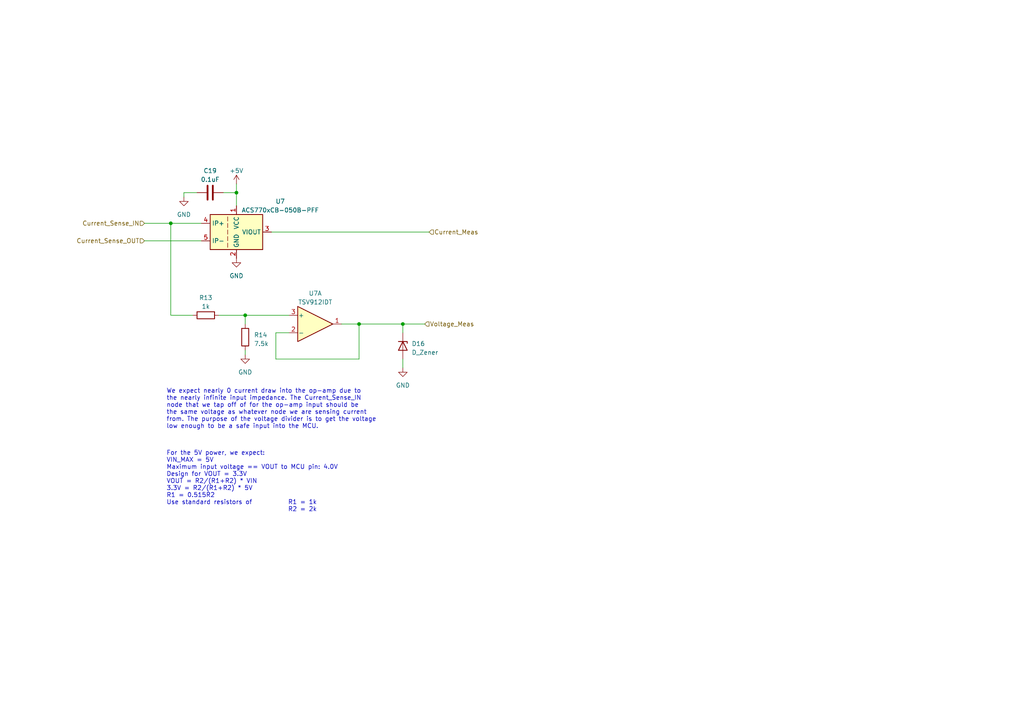
<source format=kicad_sch>
(kicad_sch (version 20230121) (generator eeschema)
  (paper "A4")
  (lib_symbols
    (symbol "Amplifier_Operational:TSV912IDT" (pin_names (offset 0.127))
      (property "Reference" "U" (at 0 5.08 0))
      (property "Value" "TSV912IDT" (at 0 -5.08 0))
      (symbol "TSV912IDT_1_1"
        (polyline (pts (xy -5.08 5.08) (xy 5.08 0) (xy -5.08 -5.08) (xy -5.08 5.08)) (stroke (width 0.254)) (fill (type background)))
        (pin output line (at 7.62 0 180) (length 2.54) (name "~") (number "1"))
        (pin input line (at -7.62 -2.54 0) (length 2.54) (name "-") (number "2"))
        (pin input line (at -7.62 2.54 0) (length 2.54) (name "+") (number "3"))
      )
      (symbol "TSV912IDT_2_1"
        (polyline (pts (xy -5.08 5.08) (xy 5.08 0) (xy -5.08 -5.08) (xy -5.08 5.08)) (stroke (width 0.254)) (fill (type background)))
        (pin input line (at -7.62 2.54 0) (length 2.54) (name "+") (number "5"))
        (pin input line (at -7.62 -2.54 0) (length 2.54) (name "-") (number "6"))
        (pin output line (at 7.62 0 180) (length 2.54) (name "~") (number "7"))
      )
      (symbol "TSV912IDT_3_1"
        (pin power_in line (at -2.54 -7.62 90) (length 3.81) (name "V-") (number "4"))
        (pin power_in line (at -2.54 7.62 270) (length 3.81) (name "V+") (number "8"))
      )
    )
    (symbol "Device:C" (pin_numbers hide) (pin_names (offset 0.254))
      (property "Reference" "C" (at 0.635 2.54 0))
      (property "Value" "C" (at 0.635 -2.54 0))
      (symbol "C_0_1"
        (polyline (pts (xy -2.032 -0.762) (xy 2.032 -0.762)) (stroke (width 0.508)))
        (polyline (pts (xy -2.032 0.762) (xy 2.032 0.762)) (stroke (width 0.508)))
      )
      (symbol "C_1_1"
        (pin passive line (at 0 3.81 270) (length 2.794) (name "~") (number "1"))
        (pin passive line (at 0 -3.81 90) (length 2.794) (name "~") (number "2"))
      )
    )
    (symbol "Device:D_Zener" (pin_numbers hide) (pin_names (offset 1.016) hide)
      (property "Reference" "D" (at 0 2.54 0))
      (property "Value" "D_Zener" (at 0 -2.54 0))
      (symbol "D_Zener_0_1"
        (polyline (pts (xy 1.27 0) (xy -1.27 0)))
        (polyline (pts (xy -1.27 -1.27) (xy -1.27 1.27) (xy -0.762 1.27)) (stroke (width 0.254)))
        (polyline (pts (xy 1.27 -1.27) (xy 1.27 1.27) (xy -1.27 0) (xy 1.27 -1.27)) (stroke (width 0.254)))
      )
      (symbol "D_Zener_1_1"
        (pin passive line (at -3.81 0 0) (length 2.54) (name "K") (number "1"))
        (pin passive line (at 3.81 0 180) (length 2.54) (name "A") (number "2"))
      )
    )
    (symbol "Device:R" (pin_numbers hide) (pin_names (offset 0))
      (property "Reference" "R" (at 2.032 0 90))
      (property "Value" "R" (at 0 0 90))
      (symbol "R_0_1"
        (rectangle (start -1.016 -2.54) (end 1.016 2.54) (stroke (width 0.254)))
      )
      (symbol "R_1_1"
        (pin passive line (at 0 3.81 270) (length 1.27) (name "~") (number "1"))
        (pin passive line (at 0 -3.81 90) (length 1.27) (name "~") (number "2"))
      )
    )
    (symbol "Sensor_Current:ACS770xCB-050B-PFF"
      (property "Reference" "U" (at -7.62 6.35 0))
      (property "Value" "ACS770xCB-050B-PFF" (at 2.54 6.35 0))
      (symbol "ACS770xCB-050B-PFF_0_1"
        (rectangle (start -7.62 5.08) (end 7.62 -5.08) (stroke (width 0.254)) (fill (type background)))
        (polyline (pts (xy -2.54 -3.175) (xy -2.54 -4.445)))
        (polyline (pts (xy -2.54 -1.27) (xy -2.54 -2.54)))
        (polyline (pts (xy -2.54 0.635) (xy -2.54 -0.635)))
        (polyline (pts (xy -2.54 1.27) (xy -2.54 2.54)))
        (polyline (pts (xy -2.54 3.175) (xy -2.54 4.445)))
      )
      (symbol "ACS770xCB-050B-PFF_1_1"
        (pin power_in line (at 0 7.62 270) (length 2.54) (name "VCC") (number "1"))
        (pin power_in line (at 0 -7.62 90) (length 2.54) (name "GND") (number "2"))
        (pin output line (at 10.16 0 180) (length 2.54) (name "VIOUT") (number "3"))
        (pin passive line (at -10.16 2.54 0) (length 2.54) (name "IP+") (number "4"))
        (pin passive line (at -10.16 -2.54 0) (length 2.54) (name "IP-") (number "5"))
      )
    )
    (symbol "power:+5V" (power) (pin_names (offset 0))
      (property "Value" "+5V" (at 0 3.556 0))
      (symbol "+5V_0_1"
        (polyline (pts (xy -0.762 1.27) (xy 0 2.54)))
        (polyline (pts (xy 0 0) (xy 0 2.54)))
        (polyline (pts (xy 0 2.54) (xy 0.762 1.27)))
      )
      (symbol "+5V_1_1"
        (pin power_in line (at 0 0 90) (length 0) hide (name "+5V") (number "1"))
      )
    )
    (symbol "power:GND" (power) (pin_names (offset 0))
      (property "Value" "GND" (at 0 -3.81 0))
      (symbol "GND_0_1"
        (polyline (pts (xy 0 0) (xy 0 -1.27) (xy 1.27 -1.27) (xy 0 -2.54) (xy -1.27 -1.27) (xy 0 -1.27)))
      )
      (symbol "GND_1_1"
        (pin power_in line (at 0 0 270) (length 0) hide (name "GND") (number "1"))
      )
    )
  )
  (junction (at 71.12 91.44))
  (junction (at 49.53 64.77))
  (junction (at 104.14 93.98))
  (junction (at 116.84 93.98))
  (junction (at 68.58 55.88))
  (wire (pts (xy 71.12 91.44) (xy 71.12 93.98)))
  (wire (pts (xy 116.84 104.14) (xy 116.84 106.68)))
  (wire (pts (xy 104.14 93.98) (xy 99.06 93.98)))
  (wire (pts (xy 104.14 104.14) (xy 104.14 93.98)))
  (wire (pts (xy 68.58 55.88) (xy 68.58 59.69)))
  (wire (pts (xy 104.14 93.98) (xy 116.84 93.98)))
  (wire (pts (xy 41.91 64.77) (xy 49.53 64.77)))
  (wire (pts (xy 53.34 55.88) (xy 53.34 57.15)))
  (wire (pts (xy 49.53 91.44) (xy 55.88 91.44)))
  (wire (pts (xy 78.74 67.31) (xy 124.46 67.31)))
  (wire (pts (xy 71.12 91.44) (xy 83.82 91.44)))
  (wire (pts (xy 58.42 69.85) (xy 41.91 69.85)))
  (wire (pts (xy 83.82 96.52) (xy 80.01 96.52)))
  (wire (pts (xy 57.15 55.88) (xy 53.34 55.88)))
  (wire (pts (xy 63.5 91.44) (xy 71.12 91.44)))
  (wire (pts (xy 116.84 93.98) (xy 116.84 96.52)))
  (wire (pts (xy 49.53 64.77) (xy 49.53 91.44)))
  (wire (pts (xy 64.77 55.88) (xy 68.58 55.88)))
  (wire (pts (xy 80.01 96.52) (xy 80.01 104.14)))
  (wire (pts (xy 68.58 53.34) (xy 68.58 55.88)))
  (wire (pts (xy 80.01 104.14) (xy 104.14 104.14)))
  (wire (pts (xy 116.84 93.98) (xy 123.19 93.98)))
  (wire (pts (xy 49.53 64.77) (xy 58.42 64.77)))
  (wire (pts (xy 71.12 101.6) (xy 71.12 102.87)))
  (text "For the 5V power, we expect:\nVIN_MAX = 5V\nMaximum input voltage == VOUT to MCU pin: 4.0V\nDesign for VOUT = 3.3V\nVOUT = R2/(R1+R2) * VIN\n3.3V = R2/(R1+R2) * 5V\nR1 = 0.515R2\nUse standard resistors of 	R1 = 1k\n							R2 = 2k" (at 48.26 148.59 0) (effects (font (size 1.27 1.27)) (justify left bottom)))
  (text "We expect nearly 0 current draw into the op-amp due to\nthe nearly infinite input impedance. The Current_Sense_IN\nnode that we tap off of for the op-amp input should be\nthe same voltage as whatever node we are sensing current\nfrom. The purpose of the voltage divider is to get the voltage\nlow enough to be a safe input into the MCU." (at 48.26 124.46 0) (effects (font (size 1.27 1.27)) (justify left bottom)))
  (hierarchical_label "Current_Sense_OUT" (shape input) (at 41.91 69.85 180))
  (hierarchical_label "Current_Meas" (shape input) (at 124.46 67.31 0))
  (hierarchical_label "Current_Sense_IN" (shape input) (at 41.91 64.77 180))
  (hierarchical_label "Voltage_Meas" (shape input) (at 123.19 93.98 0))
  (symbol (lib_id "power:+5V") (at 68.58 53.34 0) (unit 1)
    (property "Reference" "#PWR026" (effects hide))
    (property "Value" "+5V" (at 68.58 49.53 0))
    (instances (project "FCBoard" (path "" (reference "#PWR026") (unit 1)) (path "" (reference "#PWR031") (unit 1)) (path "" (reference "#PWR036") (unit 1))))
  )
  (symbol (lib_id "power:GND") (at 71.12 102.87 0) (unit 1)
    (property "Reference" "#PWR028" (effects hide))
    (property "Value" "GND" (at 71.12 107.95 0))
    (instances (project "FCBoard" (path "" (reference "#PWR028") (unit 1)) (path "" (reference "#PWR033") (unit 1)) (path "" (reference "#PWR038") (unit 1))))
  )
  (symbol (lib_id "Amplifier_Operational:TSV912IDT") (at 91.44 93.98 0) (unit 1)
    (property "Reference" "U7" (at 91.44 85.09 0))
    (property "Value" "TSV912IDT" (at 91.44 87.63 0))
    (property "Datasheet" "www.st.com/resource/en/datasheet/tsv911.pdf" (effects hide))
    (instances (project "FCBoard" (path "" (reference "U7") (unit 1)) (path "" (reference "U10") (unit 1)) (path "" (reference "U12") (unit 1))))
  )
  (symbol (lib_id "Device:R") (at 71.12 97.79 0) (unit 1)
    (property "Reference" "R14" (at 73.66 97.155 0) (effects (justify left)))
    (property "Value" "7.5k" (at 73.66 99.695 0) (effects (justify left)))
    (instances (project "FCBoard" (path "" (reference "R14") (unit 1)) (path "" (reference "R16") (unit 1)) (path "" (reference "R18") (unit 1))))
  )
  (symbol (lib_id "power:GND") (at 116.84 106.68 0) (unit 1)
    (property "Reference" "#PWR029" (effects hide))
    (property "Value" "GND" (at 116.84 111.76 0))
    (instances (project "FCBoard" (path "" (reference "#PWR029") (unit 1)) (path "" (reference "#PWR034") (unit 1)) (path "" (reference "#PWR039") (unit 1))))
  )
  (symbol (lib_id "power:GND") (at 53.34 57.15 0) (unit 1)
    (property "Reference" "#PWR027" (effects hide))
    (property "Value" "GND" (at 53.34 62.23 0))
    (instances (project "FCBoard" (path "" (reference "#PWR027") (unit 1)) (path "" (reference "#PWR030") (unit 1)) (path "" (reference "#PWR035") (unit 1))))
  )
  (symbol (lib_id "power:GND") (at 68.58 74.93 0) (unit 1)
    (property "Reference" "#PWR025" (effects hide))
    (property "Value" "GND" (at 68.58 80.01 0))
    (instances (project "FCBoard" (path "" (reference "#PWR025") (unit 1)) (path "" (reference "#PWR032") (unit 1)) (path "" (reference "#PWR037") (unit 1))))
  )
  (symbol (lib_id "Device:R") (at 59.69 91.44 270) (unit 1)
    (property "Reference" "R13" (at 59.69 86.36 90))
    (property "Value" "1k" (at 59.69 88.9 90))
    (instances (project "FCBoard" (path "" (reference "R13") (unit 1)) (path "" (reference "R15") (unit 1)) (path "" (reference "R17") (unit 1))))
  )
  (symbol (lib_id "Device:D_Zener") (at 116.84 100.33 270) (unit 1)
    (property "Reference" "D16" (at 119.38 99.695 90) (effects (justify left)))
    (property "Value" "D_Zener" (at 119.38 102.235 90) (effects (justify left)))
    (instances (project "FCBoard" (path "" (reference "D16") (unit 1)) (path "" (reference "D17") (unit 1)) (path "" (reference "D18") (unit 1))))
  )
  (symbol (lib_id "Sensor_Current:ACS770xCB-050B-PFF") (at 68.58 67.31 0) (unit 1)
    (property "Reference" "U7" (at 81.28 58.42 0))
    (property "Value" "ACS770xCB-050B-PFF" (at 81.28 60.96 0))
    (property "Footprint" "Sensor_Current:Allegro_CB_PFF" (effects hide))
    (property "Datasheet" "http://www.allegromicro.com/~/media/Files/Datasheets/ACS758-Datasheet.ashx?la=en" (effects hide))
    (instances (project "FCBoard" (path "" (reference "U7") (unit 1)) (path "" (reference "U8") (unit 1)) (path "" (reference "U9") (unit 1)) (path "" (reference "U11") (unit 1))))
  )
  (symbol (lib_id "Device:C") (at 60.96 55.88 90) (unit 1)
    (property "Reference" "C19" (at 60.96 49.53 90))
    (property "Value" "0.1uF" (at 60.96 52.07 90))
    (instances (project "FCBoard" (path "" (reference "C19") (unit 1)) (path "" (reference "C20") (unit 1)) (path "" (reference "C21") (unit 1))))
  )
)
</source>
